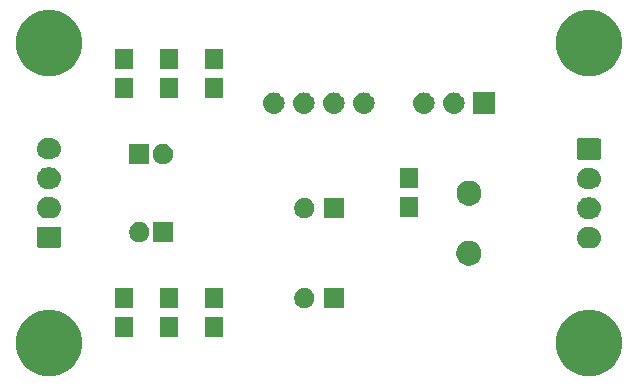
<source format=gts>
G04 #@! TF.GenerationSoftware,KiCad,Pcbnew,(5.1.2)-1*
G04 #@! TF.CreationDate,2019-05-13T04:19:41-07:00*
G04 #@! TF.ProjectId,triumph_power,74726975-6d70-4685-9f70-6f7765722e6b,A*
G04 #@! TF.SameCoordinates,Original*
G04 #@! TF.FileFunction,Soldermask,Top*
G04 #@! TF.FilePolarity,Negative*
%FSLAX46Y46*%
G04 Gerber Fmt 4.6, Leading zero omitted, Abs format (unit mm)*
G04 Created by KiCad (PCBNEW (5.1.2)-1) date 2019-05-13 04:19:41*
%MOMM*%
%LPD*%
G04 APERTURE LIST*
%ADD10C,0.100000*%
G04 APERTURE END LIST*
D10*
G36*
X173537021Y-119226640D02*
G01*
X174046769Y-119437785D01*
X174046771Y-119437786D01*
X174505534Y-119744321D01*
X174895679Y-120134466D01*
X175202214Y-120593229D01*
X175202215Y-120593231D01*
X175413360Y-121102979D01*
X175521000Y-121644124D01*
X175521000Y-122195876D01*
X175413360Y-122737021D01*
X175202215Y-123246769D01*
X175202214Y-123246771D01*
X174895679Y-123705534D01*
X174505534Y-124095679D01*
X174046771Y-124402214D01*
X174046770Y-124402215D01*
X174046769Y-124402215D01*
X173537021Y-124613360D01*
X172995876Y-124721000D01*
X172444124Y-124721000D01*
X171902979Y-124613360D01*
X171393231Y-124402215D01*
X171393230Y-124402215D01*
X171393229Y-124402214D01*
X170934466Y-124095679D01*
X170544321Y-123705534D01*
X170237786Y-123246771D01*
X170237785Y-123246769D01*
X170026640Y-122737021D01*
X169919000Y-122195876D01*
X169919000Y-121644124D01*
X170026640Y-121102979D01*
X170237785Y-120593231D01*
X170237786Y-120593229D01*
X170544321Y-120134466D01*
X170934466Y-119744321D01*
X171393229Y-119437786D01*
X171393231Y-119437785D01*
X171902979Y-119226640D01*
X172444124Y-119119000D01*
X172995876Y-119119000D01*
X173537021Y-119226640D01*
X173537021Y-119226640D01*
G37*
G36*
X127817021Y-119226640D02*
G01*
X128326769Y-119437785D01*
X128326771Y-119437786D01*
X128785534Y-119744321D01*
X129175679Y-120134466D01*
X129482214Y-120593229D01*
X129482215Y-120593231D01*
X129693360Y-121102979D01*
X129801000Y-121644124D01*
X129801000Y-122195876D01*
X129693360Y-122737021D01*
X129482215Y-123246769D01*
X129482214Y-123246771D01*
X129175679Y-123705534D01*
X128785534Y-124095679D01*
X128326771Y-124402214D01*
X128326770Y-124402215D01*
X128326769Y-124402215D01*
X127817021Y-124613360D01*
X127275876Y-124721000D01*
X126724124Y-124721000D01*
X126182979Y-124613360D01*
X125673231Y-124402215D01*
X125673230Y-124402215D01*
X125673229Y-124402214D01*
X125214466Y-124095679D01*
X124824321Y-123705534D01*
X124517786Y-123246771D01*
X124517785Y-123246769D01*
X124306640Y-122737021D01*
X124199000Y-122195876D01*
X124199000Y-121644124D01*
X124306640Y-121102979D01*
X124517785Y-120593231D01*
X124517786Y-120593229D01*
X124824321Y-120134466D01*
X125214466Y-119744321D01*
X125673229Y-119437786D01*
X125673231Y-119437785D01*
X126182979Y-119226640D01*
X126724124Y-119119000D01*
X127275876Y-119119000D01*
X127817021Y-119226640D01*
X127817021Y-119226640D01*
G37*
G36*
X141721000Y-121386000D02*
G01*
X140219000Y-121386000D01*
X140219000Y-119734000D01*
X141721000Y-119734000D01*
X141721000Y-121386000D01*
X141721000Y-121386000D01*
G37*
G36*
X137911000Y-121386000D02*
G01*
X136409000Y-121386000D01*
X136409000Y-119734000D01*
X137911000Y-119734000D01*
X137911000Y-121386000D01*
X137911000Y-121386000D01*
G37*
G36*
X134101000Y-121386000D02*
G01*
X132599000Y-121386000D01*
X132599000Y-119734000D01*
X134101000Y-119734000D01*
X134101000Y-121386000D01*
X134101000Y-121386000D01*
G37*
G36*
X151981000Y-118961000D02*
G01*
X150279000Y-118961000D01*
X150279000Y-117259000D01*
X151981000Y-117259000D01*
X151981000Y-118961000D01*
X151981000Y-118961000D01*
G37*
G36*
X148878228Y-117291703D02*
G01*
X149033100Y-117355853D01*
X149172481Y-117448985D01*
X149291015Y-117567519D01*
X149384147Y-117706900D01*
X149448297Y-117861772D01*
X149481000Y-118026184D01*
X149481000Y-118193816D01*
X149448297Y-118358228D01*
X149384147Y-118513100D01*
X149291015Y-118652481D01*
X149172481Y-118771015D01*
X149033100Y-118864147D01*
X148878228Y-118928297D01*
X148713816Y-118961000D01*
X148546184Y-118961000D01*
X148381772Y-118928297D01*
X148226900Y-118864147D01*
X148087519Y-118771015D01*
X147968985Y-118652481D01*
X147875853Y-118513100D01*
X147811703Y-118358228D01*
X147779000Y-118193816D01*
X147779000Y-118026184D01*
X147811703Y-117861772D01*
X147875853Y-117706900D01*
X147968985Y-117567519D01*
X148087519Y-117448985D01*
X148226900Y-117355853D01*
X148381772Y-117291703D01*
X148546184Y-117259000D01*
X148713816Y-117259000D01*
X148878228Y-117291703D01*
X148878228Y-117291703D01*
G37*
G36*
X141721000Y-118936000D02*
G01*
X140219000Y-118936000D01*
X140219000Y-117284000D01*
X141721000Y-117284000D01*
X141721000Y-118936000D01*
X141721000Y-118936000D01*
G37*
G36*
X137911000Y-118936000D02*
G01*
X136409000Y-118936000D01*
X136409000Y-117284000D01*
X137911000Y-117284000D01*
X137911000Y-118936000D01*
X137911000Y-118936000D01*
G37*
G36*
X134101000Y-118936000D02*
G01*
X132599000Y-118936000D01*
X132599000Y-117284000D01*
X134101000Y-117284000D01*
X134101000Y-118936000D01*
X134101000Y-118936000D01*
G37*
G36*
X162866564Y-113289389D02*
G01*
X163057833Y-113368615D01*
X163057835Y-113368616D01*
X163229973Y-113483635D01*
X163376365Y-113630027D01*
X163451704Y-113742779D01*
X163491385Y-113802167D01*
X163570611Y-113993436D01*
X163611000Y-114196484D01*
X163611000Y-114403516D01*
X163570611Y-114606564D01*
X163491385Y-114797833D01*
X163491384Y-114797835D01*
X163376365Y-114969973D01*
X163229973Y-115116365D01*
X163057835Y-115231384D01*
X163057834Y-115231385D01*
X163057833Y-115231385D01*
X162866564Y-115310611D01*
X162663516Y-115351000D01*
X162456484Y-115351000D01*
X162253436Y-115310611D01*
X162062167Y-115231385D01*
X162062166Y-115231385D01*
X162062165Y-115231384D01*
X161890027Y-115116365D01*
X161743635Y-114969973D01*
X161628616Y-114797835D01*
X161628615Y-114797833D01*
X161549389Y-114606564D01*
X161509000Y-114403516D01*
X161509000Y-114196484D01*
X161549389Y-113993436D01*
X161628615Y-113802167D01*
X161668297Y-113742779D01*
X161743635Y-113630027D01*
X161890027Y-113483635D01*
X162062165Y-113368616D01*
X162062167Y-113368615D01*
X162253436Y-113289389D01*
X162456484Y-113249000D01*
X162663516Y-113249000D01*
X162866564Y-113289389D01*
X162866564Y-113289389D01*
G37*
G36*
X172936583Y-112093661D02*
G01*
X173021627Y-112102037D01*
X173191466Y-112153557D01*
X173347991Y-112237222D01*
X173378550Y-112262301D01*
X173485186Y-112349814D01*
X173557708Y-112438184D01*
X173597778Y-112487009D01*
X173681443Y-112643534D01*
X173732963Y-112813373D01*
X173750359Y-112990000D01*
X173732963Y-113166627D01*
X173681443Y-113336466D01*
X173597778Y-113492991D01*
X173568448Y-113528729D01*
X173485186Y-113630186D01*
X173389637Y-113708600D01*
X173347991Y-113742778D01*
X173191466Y-113826443D01*
X173021627Y-113877963D01*
X172955443Y-113884481D01*
X172889260Y-113891000D01*
X172550740Y-113891000D01*
X172484557Y-113884481D01*
X172418373Y-113877963D01*
X172248534Y-113826443D01*
X172092009Y-113742778D01*
X172050363Y-113708600D01*
X171954814Y-113630186D01*
X171871552Y-113528729D01*
X171842222Y-113492991D01*
X171758557Y-113336466D01*
X171707037Y-113166627D01*
X171689641Y-112990000D01*
X171707037Y-112813373D01*
X171758557Y-112643534D01*
X171842222Y-112487009D01*
X171882292Y-112438184D01*
X171954814Y-112349814D01*
X172061450Y-112262301D01*
X172092009Y-112237222D01*
X172248534Y-112153557D01*
X172418373Y-112102037D01*
X172503417Y-112093661D01*
X172550740Y-112089000D01*
X172889260Y-112089000D01*
X172936583Y-112093661D01*
X172936583Y-112093661D01*
G37*
G36*
X127883600Y-112052989D02*
G01*
X127916652Y-112063015D01*
X127947103Y-112079292D01*
X127973799Y-112101201D01*
X127995708Y-112127897D01*
X128011985Y-112158348D01*
X128022011Y-112191400D01*
X128026000Y-112231903D01*
X128026000Y-113668097D01*
X128022011Y-113708600D01*
X128011985Y-113741652D01*
X127995708Y-113772103D01*
X127973799Y-113798799D01*
X127947103Y-113820708D01*
X127916652Y-113836985D01*
X127883600Y-113847011D01*
X127843097Y-113851000D01*
X126156903Y-113851000D01*
X126116400Y-113847011D01*
X126083348Y-113836985D01*
X126052897Y-113820708D01*
X126026201Y-113798799D01*
X126004292Y-113772103D01*
X125988015Y-113741652D01*
X125977989Y-113708600D01*
X125974000Y-113668097D01*
X125974000Y-112231903D01*
X125977989Y-112191400D01*
X125988015Y-112158348D01*
X126004292Y-112127897D01*
X126026201Y-112101201D01*
X126052897Y-112079292D01*
X126083348Y-112063015D01*
X126116400Y-112052989D01*
X126156903Y-112049000D01*
X127843097Y-112049000D01*
X127883600Y-112052989D01*
X127883600Y-112052989D01*
G37*
G36*
X134900228Y-111703703D02*
G01*
X135055100Y-111767853D01*
X135194481Y-111860985D01*
X135313015Y-111979519D01*
X135406147Y-112118900D01*
X135470297Y-112273772D01*
X135503000Y-112438184D01*
X135503000Y-112605816D01*
X135470297Y-112770228D01*
X135406147Y-112925100D01*
X135313015Y-113064481D01*
X135194481Y-113183015D01*
X135055100Y-113276147D01*
X134900228Y-113340297D01*
X134735816Y-113373000D01*
X134568184Y-113373000D01*
X134403772Y-113340297D01*
X134248900Y-113276147D01*
X134109519Y-113183015D01*
X133990985Y-113064481D01*
X133897853Y-112925100D01*
X133833703Y-112770228D01*
X133801000Y-112605816D01*
X133801000Y-112438184D01*
X133833703Y-112273772D01*
X133897853Y-112118900D01*
X133990985Y-111979519D01*
X134109519Y-111860985D01*
X134248900Y-111767853D01*
X134403772Y-111703703D01*
X134568184Y-111671000D01*
X134735816Y-111671000D01*
X134900228Y-111703703D01*
X134900228Y-111703703D01*
G37*
G36*
X137503000Y-113373000D02*
G01*
X135801000Y-113373000D01*
X135801000Y-111671000D01*
X137503000Y-111671000D01*
X137503000Y-113373000D01*
X137503000Y-113373000D01*
G37*
G36*
X172955442Y-109595518D02*
G01*
X173021627Y-109602037D01*
X173191466Y-109653557D01*
X173347991Y-109737222D01*
X173383729Y-109766552D01*
X173485186Y-109849814D01*
X173564951Y-109947009D01*
X173597778Y-109987009D01*
X173681443Y-110143534D01*
X173732963Y-110313373D01*
X173750359Y-110490000D01*
X173732963Y-110666627D01*
X173681443Y-110836466D01*
X173597778Y-110992991D01*
X173568448Y-111028729D01*
X173485186Y-111130186D01*
X173396731Y-111202778D01*
X173347991Y-111242778D01*
X173191466Y-111326443D01*
X173021627Y-111377963D01*
X172955443Y-111384481D01*
X172889260Y-111391000D01*
X172550740Y-111391000D01*
X172484557Y-111384481D01*
X172418373Y-111377963D01*
X172248534Y-111326443D01*
X172092009Y-111242778D01*
X172043269Y-111202778D01*
X171954814Y-111130186D01*
X171871552Y-111028729D01*
X171842222Y-110992991D01*
X171758557Y-110836466D01*
X171707037Y-110666627D01*
X171689641Y-110490000D01*
X171707037Y-110313373D01*
X171758557Y-110143534D01*
X171842222Y-109987009D01*
X171875049Y-109947009D01*
X171954814Y-109849814D01*
X172056271Y-109766552D01*
X172092009Y-109737222D01*
X172248534Y-109653557D01*
X172418373Y-109602037D01*
X172484558Y-109595518D01*
X172550740Y-109589000D01*
X172889260Y-109589000D01*
X172955442Y-109595518D01*
X172955442Y-109595518D01*
G37*
G36*
X127235442Y-109555518D02*
G01*
X127301627Y-109562037D01*
X127471466Y-109613557D01*
X127627991Y-109697222D01*
X127653105Y-109717833D01*
X127765186Y-109809814D01*
X127848448Y-109911271D01*
X127877778Y-109947009D01*
X127877779Y-109947011D01*
X127952554Y-110086903D01*
X127961443Y-110103534D01*
X128012963Y-110273373D01*
X128030359Y-110450000D01*
X128012963Y-110626627D01*
X127961443Y-110796466D01*
X127877778Y-110952991D01*
X127848448Y-110988729D01*
X127765186Y-111090186D01*
X127663729Y-111173448D01*
X127627991Y-111202778D01*
X127471466Y-111286443D01*
X127301627Y-111337963D01*
X127235442Y-111344482D01*
X127169260Y-111351000D01*
X126830740Y-111351000D01*
X126764558Y-111344482D01*
X126698373Y-111337963D01*
X126528534Y-111286443D01*
X126372009Y-111202778D01*
X126336271Y-111173448D01*
X126234814Y-111090186D01*
X126151552Y-110988729D01*
X126122222Y-110952991D01*
X126038557Y-110796466D01*
X125987037Y-110626627D01*
X125969641Y-110450000D01*
X125987037Y-110273373D01*
X126038557Y-110103534D01*
X126047447Y-110086903D01*
X126122221Y-109947011D01*
X126122222Y-109947009D01*
X126151552Y-109911271D01*
X126234814Y-109809814D01*
X126346895Y-109717833D01*
X126372009Y-109697222D01*
X126528534Y-109613557D01*
X126698373Y-109562037D01*
X126764558Y-109555518D01*
X126830740Y-109549000D01*
X127169260Y-109549000D01*
X127235442Y-109555518D01*
X127235442Y-109555518D01*
G37*
G36*
X148878228Y-109671703D02*
G01*
X149033100Y-109735853D01*
X149172481Y-109828985D01*
X149291015Y-109947519D01*
X149384147Y-110086900D01*
X149448297Y-110241772D01*
X149481000Y-110406184D01*
X149481000Y-110573816D01*
X149448297Y-110738228D01*
X149384147Y-110893100D01*
X149291015Y-111032481D01*
X149172481Y-111151015D01*
X149033100Y-111244147D01*
X148878228Y-111308297D01*
X148713816Y-111341000D01*
X148546184Y-111341000D01*
X148381772Y-111308297D01*
X148226900Y-111244147D01*
X148087519Y-111151015D01*
X147968985Y-111032481D01*
X147875853Y-110893100D01*
X147811703Y-110738228D01*
X147779000Y-110573816D01*
X147779000Y-110406184D01*
X147811703Y-110241772D01*
X147875853Y-110086900D01*
X147968985Y-109947519D01*
X148087519Y-109828985D01*
X148226900Y-109735853D01*
X148381772Y-109671703D01*
X148546184Y-109639000D01*
X148713816Y-109639000D01*
X148878228Y-109671703D01*
X148878228Y-109671703D01*
G37*
G36*
X151981000Y-111341000D02*
G01*
X150279000Y-111341000D01*
X150279000Y-109639000D01*
X151981000Y-109639000D01*
X151981000Y-111341000D01*
X151981000Y-111341000D01*
G37*
G36*
X158231000Y-111226000D02*
G01*
X156729000Y-111226000D01*
X156729000Y-109574000D01*
X158231000Y-109574000D01*
X158231000Y-111226000D01*
X158231000Y-111226000D01*
G37*
G36*
X162876564Y-108209389D02*
G01*
X163067833Y-108288615D01*
X163067835Y-108288616D01*
X163239973Y-108403635D01*
X163386365Y-108550027D01*
X163488431Y-108702779D01*
X163501385Y-108722167D01*
X163580611Y-108913436D01*
X163621000Y-109116484D01*
X163621000Y-109323516D01*
X163580611Y-109526564D01*
X163520492Y-109671705D01*
X163501384Y-109717835D01*
X163386365Y-109889973D01*
X163239973Y-110036365D01*
X163067835Y-110151384D01*
X163067834Y-110151385D01*
X163067833Y-110151385D01*
X162876564Y-110230611D01*
X162673516Y-110271000D01*
X162466484Y-110271000D01*
X162263436Y-110230611D01*
X162072167Y-110151385D01*
X162072166Y-110151385D01*
X162072165Y-110151384D01*
X161900027Y-110036365D01*
X161753635Y-109889973D01*
X161638616Y-109717835D01*
X161619508Y-109671705D01*
X161559389Y-109526564D01*
X161519000Y-109323516D01*
X161519000Y-109116484D01*
X161559389Y-108913436D01*
X161638615Y-108722167D01*
X161651570Y-108702779D01*
X161753635Y-108550027D01*
X161900027Y-108403635D01*
X162072165Y-108288616D01*
X162072167Y-108288615D01*
X162263436Y-108209389D01*
X162466484Y-108169000D01*
X162673516Y-108169000D01*
X162876564Y-108209389D01*
X162876564Y-108209389D01*
G37*
G36*
X172955443Y-107095519D02*
G01*
X173021627Y-107102037D01*
X173191466Y-107153557D01*
X173347991Y-107237222D01*
X173383729Y-107266552D01*
X173485186Y-107349814D01*
X173564951Y-107447009D01*
X173597778Y-107487009D01*
X173681443Y-107643534D01*
X173732963Y-107813373D01*
X173750359Y-107990000D01*
X173732963Y-108166627D01*
X173681443Y-108336466D01*
X173597778Y-108492991D01*
X173568448Y-108528729D01*
X173485186Y-108630186D01*
X173396731Y-108702778D01*
X173347991Y-108742778D01*
X173191466Y-108826443D01*
X173021627Y-108877963D01*
X172955443Y-108884481D01*
X172889260Y-108891000D01*
X172550740Y-108891000D01*
X172484557Y-108884481D01*
X172418373Y-108877963D01*
X172248534Y-108826443D01*
X172092009Y-108742778D01*
X172043269Y-108702778D01*
X171954814Y-108630186D01*
X171871552Y-108528729D01*
X171842222Y-108492991D01*
X171758557Y-108336466D01*
X171707037Y-108166627D01*
X171689641Y-107990000D01*
X171707037Y-107813373D01*
X171758557Y-107643534D01*
X171842222Y-107487009D01*
X171875049Y-107447009D01*
X171954814Y-107349814D01*
X172056271Y-107266552D01*
X172092009Y-107237222D01*
X172248534Y-107153557D01*
X172418373Y-107102037D01*
X172484557Y-107095519D01*
X172550740Y-107089000D01*
X172889260Y-107089000D01*
X172955443Y-107095519D01*
X172955443Y-107095519D01*
G37*
G36*
X127235442Y-107055518D02*
G01*
X127301627Y-107062037D01*
X127471466Y-107113557D01*
X127627991Y-107197222D01*
X127663729Y-107226552D01*
X127765186Y-107309814D01*
X127848448Y-107411271D01*
X127877778Y-107447009D01*
X127961443Y-107603534D01*
X128012963Y-107773373D01*
X128030359Y-107950000D01*
X128012963Y-108126627D01*
X127961443Y-108296466D01*
X127877778Y-108452991D01*
X127848448Y-108488729D01*
X127765186Y-108590186D01*
X127663729Y-108673448D01*
X127627991Y-108702778D01*
X127471466Y-108786443D01*
X127301627Y-108837963D01*
X127235442Y-108844482D01*
X127169260Y-108851000D01*
X126830740Y-108851000D01*
X126764558Y-108844482D01*
X126698373Y-108837963D01*
X126528534Y-108786443D01*
X126372009Y-108702778D01*
X126336271Y-108673448D01*
X126234814Y-108590186D01*
X126151552Y-108488729D01*
X126122222Y-108452991D01*
X126038557Y-108296466D01*
X125987037Y-108126627D01*
X125969641Y-107950000D01*
X125987037Y-107773373D01*
X126038557Y-107603534D01*
X126122222Y-107447009D01*
X126151552Y-107411271D01*
X126234814Y-107309814D01*
X126336271Y-107226552D01*
X126372009Y-107197222D01*
X126528534Y-107113557D01*
X126698373Y-107062037D01*
X126764558Y-107055518D01*
X126830740Y-107049000D01*
X127169260Y-107049000D01*
X127235442Y-107055518D01*
X127235442Y-107055518D01*
G37*
G36*
X158231000Y-108776000D02*
G01*
X156729000Y-108776000D01*
X156729000Y-107124000D01*
X158231000Y-107124000D01*
X158231000Y-108776000D01*
X158231000Y-108776000D01*
G37*
G36*
X135503000Y-106769000D02*
G01*
X133801000Y-106769000D01*
X133801000Y-105067000D01*
X135503000Y-105067000D01*
X135503000Y-106769000D01*
X135503000Y-106769000D01*
G37*
G36*
X136900228Y-105099703D02*
G01*
X137055100Y-105163853D01*
X137194481Y-105256985D01*
X137313015Y-105375519D01*
X137406147Y-105514900D01*
X137470297Y-105669772D01*
X137503000Y-105834184D01*
X137503000Y-106001816D01*
X137470297Y-106166228D01*
X137406147Y-106321100D01*
X137313015Y-106460481D01*
X137194481Y-106579015D01*
X137055100Y-106672147D01*
X136900228Y-106736297D01*
X136735816Y-106769000D01*
X136568184Y-106769000D01*
X136403772Y-106736297D01*
X136248900Y-106672147D01*
X136109519Y-106579015D01*
X135990985Y-106460481D01*
X135897853Y-106321100D01*
X135833703Y-106166228D01*
X135801000Y-106001816D01*
X135801000Y-105834184D01*
X135833703Y-105669772D01*
X135897853Y-105514900D01*
X135990985Y-105375519D01*
X136109519Y-105256985D01*
X136248900Y-105163853D01*
X136403772Y-105099703D01*
X136568184Y-105067000D01*
X136735816Y-105067000D01*
X136900228Y-105099703D01*
X136900228Y-105099703D01*
G37*
G36*
X173603600Y-104592989D02*
G01*
X173636652Y-104603015D01*
X173667103Y-104619292D01*
X173693799Y-104641201D01*
X173715708Y-104667897D01*
X173731985Y-104698348D01*
X173742011Y-104731400D01*
X173746000Y-104771903D01*
X173746000Y-106208097D01*
X173742011Y-106248600D01*
X173731985Y-106281652D01*
X173715708Y-106312103D01*
X173693799Y-106338799D01*
X173667103Y-106360708D01*
X173636652Y-106376985D01*
X173603600Y-106387011D01*
X173563097Y-106391000D01*
X171876903Y-106391000D01*
X171836400Y-106387011D01*
X171803348Y-106376985D01*
X171772897Y-106360708D01*
X171746201Y-106338799D01*
X171724292Y-106312103D01*
X171708015Y-106281652D01*
X171697989Y-106248600D01*
X171694000Y-106208097D01*
X171694000Y-104771903D01*
X171697989Y-104731400D01*
X171708015Y-104698348D01*
X171724292Y-104667897D01*
X171746201Y-104641201D01*
X171772897Y-104619292D01*
X171803348Y-104603015D01*
X171836400Y-104592989D01*
X171876903Y-104589000D01*
X173563097Y-104589000D01*
X173603600Y-104592989D01*
X173603600Y-104592989D01*
G37*
G36*
X127235443Y-104555519D02*
G01*
X127301627Y-104562037D01*
X127471466Y-104613557D01*
X127627991Y-104697222D01*
X127639630Y-104706774D01*
X127765186Y-104809814D01*
X127848448Y-104911271D01*
X127877778Y-104947009D01*
X127961443Y-105103534D01*
X128012963Y-105273373D01*
X128030359Y-105450000D01*
X128012963Y-105626627D01*
X127961443Y-105796466D01*
X127877778Y-105952991D01*
X127848448Y-105988729D01*
X127765186Y-106090186D01*
X127672527Y-106166228D01*
X127627991Y-106202778D01*
X127471466Y-106286443D01*
X127301627Y-106337963D01*
X127235442Y-106344482D01*
X127169260Y-106351000D01*
X126830740Y-106351000D01*
X126764558Y-106344482D01*
X126698373Y-106337963D01*
X126528534Y-106286443D01*
X126372009Y-106202778D01*
X126327473Y-106166228D01*
X126234814Y-106090186D01*
X126151552Y-105988729D01*
X126122222Y-105952991D01*
X126038557Y-105796466D01*
X125987037Y-105626627D01*
X125969641Y-105450000D01*
X125987037Y-105273373D01*
X126038557Y-105103534D01*
X126122222Y-104947009D01*
X126151552Y-104911271D01*
X126234814Y-104809814D01*
X126360370Y-104706774D01*
X126372009Y-104697222D01*
X126528534Y-104613557D01*
X126698373Y-104562037D01*
X126764557Y-104555519D01*
X126830740Y-104549000D01*
X127169260Y-104549000D01*
X127235443Y-104555519D01*
X127235443Y-104555519D01*
G37*
G36*
X153780443Y-100705519D02*
G01*
X153846627Y-100712037D01*
X154016466Y-100763557D01*
X154172991Y-100847222D01*
X154208729Y-100876552D01*
X154310186Y-100959814D01*
X154393448Y-101061271D01*
X154422778Y-101097009D01*
X154506443Y-101253534D01*
X154557963Y-101423373D01*
X154575359Y-101600000D01*
X154557963Y-101776627D01*
X154506443Y-101946466D01*
X154422778Y-102102991D01*
X154393448Y-102138729D01*
X154310186Y-102240186D01*
X154208729Y-102323448D01*
X154172991Y-102352778D01*
X154016466Y-102436443D01*
X153846627Y-102487963D01*
X153780442Y-102494482D01*
X153714260Y-102501000D01*
X153625740Y-102501000D01*
X153559558Y-102494482D01*
X153493373Y-102487963D01*
X153323534Y-102436443D01*
X153167009Y-102352778D01*
X153131271Y-102323448D01*
X153029814Y-102240186D01*
X152946552Y-102138729D01*
X152917222Y-102102991D01*
X152833557Y-101946466D01*
X152782037Y-101776627D01*
X152764641Y-101600000D01*
X152782037Y-101423373D01*
X152833557Y-101253534D01*
X152917222Y-101097009D01*
X152946552Y-101061271D01*
X153029814Y-100959814D01*
X153131271Y-100876552D01*
X153167009Y-100847222D01*
X153323534Y-100763557D01*
X153493373Y-100712037D01*
X153559557Y-100705519D01*
X153625740Y-100699000D01*
X153714260Y-100699000D01*
X153780443Y-100705519D01*
X153780443Y-100705519D01*
G37*
G36*
X146160443Y-100705519D02*
G01*
X146226627Y-100712037D01*
X146396466Y-100763557D01*
X146552991Y-100847222D01*
X146588729Y-100876552D01*
X146690186Y-100959814D01*
X146773448Y-101061271D01*
X146802778Y-101097009D01*
X146886443Y-101253534D01*
X146937963Y-101423373D01*
X146955359Y-101600000D01*
X146937963Y-101776627D01*
X146886443Y-101946466D01*
X146802778Y-102102991D01*
X146773448Y-102138729D01*
X146690186Y-102240186D01*
X146588729Y-102323448D01*
X146552991Y-102352778D01*
X146396466Y-102436443D01*
X146226627Y-102487963D01*
X146160442Y-102494482D01*
X146094260Y-102501000D01*
X146005740Y-102501000D01*
X145939558Y-102494482D01*
X145873373Y-102487963D01*
X145703534Y-102436443D01*
X145547009Y-102352778D01*
X145511271Y-102323448D01*
X145409814Y-102240186D01*
X145326552Y-102138729D01*
X145297222Y-102102991D01*
X145213557Y-101946466D01*
X145162037Y-101776627D01*
X145144641Y-101600000D01*
X145162037Y-101423373D01*
X145213557Y-101253534D01*
X145297222Y-101097009D01*
X145326552Y-101061271D01*
X145409814Y-100959814D01*
X145511271Y-100876552D01*
X145547009Y-100847222D01*
X145703534Y-100763557D01*
X145873373Y-100712037D01*
X145939557Y-100705519D01*
X146005740Y-100699000D01*
X146094260Y-100699000D01*
X146160443Y-100705519D01*
X146160443Y-100705519D01*
G37*
G36*
X148700443Y-100705519D02*
G01*
X148766627Y-100712037D01*
X148936466Y-100763557D01*
X149092991Y-100847222D01*
X149128729Y-100876552D01*
X149230186Y-100959814D01*
X149313448Y-101061271D01*
X149342778Y-101097009D01*
X149426443Y-101253534D01*
X149477963Y-101423373D01*
X149495359Y-101600000D01*
X149477963Y-101776627D01*
X149426443Y-101946466D01*
X149342778Y-102102991D01*
X149313448Y-102138729D01*
X149230186Y-102240186D01*
X149128729Y-102323448D01*
X149092991Y-102352778D01*
X148936466Y-102436443D01*
X148766627Y-102487963D01*
X148700442Y-102494482D01*
X148634260Y-102501000D01*
X148545740Y-102501000D01*
X148479558Y-102494482D01*
X148413373Y-102487963D01*
X148243534Y-102436443D01*
X148087009Y-102352778D01*
X148051271Y-102323448D01*
X147949814Y-102240186D01*
X147866552Y-102138729D01*
X147837222Y-102102991D01*
X147753557Y-101946466D01*
X147702037Y-101776627D01*
X147684641Y-101600000D01*
X147702037Y-101423373D01*
X147753557Y-101253534D01*
X147837222Y-101097009D01*
X147866552Y-101061271D01*
X147949814Y-100959814D01*
X148051271Y-100876552D01*
X148087009Y-100847222D01*
X148243534Y-100763557D01*
X148413373Y-100712037D01*
X148479557Y-100705519D01*
X148545740Y-100699000D01*
X148634260Y-100699000D01*
X148700443Y-100705519D01*
X148700443Y-100705519D01*
G37*
G36*
X158860443Y-100705519D02*
G01*
X158926627Y-100712037D01*
X159096466Y-100763557D01*
X159252991Y-100847222D01*
X159288729Y-100876552D01*
X159390186Y-100959814D01*
X159473448Y-101061271D01*
X159502778Y-101097009D01*
X159586443Y-101253534D01*
X159637963Y-101423373D01*
X159655359Y-101600000D01*
X159637963Y-101776627D01*
X159586443Y-101946466D01*
X159502778Y-102102991D01*
X159473448Y-102138729D01*
X159390186Y-102240186D01*
X159288729Y-102323448D01*
X159252991Y-102352778D01*
X159096466Y-102436443D01*
X158926627Y-102487963D01*
X158860442Y-102494482D01*
X158794260Y-102501000D01*
X158705740Y-102501000D01*
X158639558Y-102494482D01*
X158573373Y-102487963D01*
X158403534Y-102436443D01*
X158247009Y-102352778D01*
X158211271Y-102323448D01*
X158109814Y-102240186D01*
X158026552Y-102138729D01*
X157997222Y-102102991D01*
X157913557Y-101946466D01*
X157862037Y-101776627D01*
X157844641Y-101600000D01*
X157862037Y-101423373D01*
X157913557Y-101253534D01*
X157997222Y-101097009D01*
X158026552Y-101061271D01*
X158109814Y-100959814D01*
X158211271Y-100876552D01*
X158247009Y-100847222D01*
X158403534Y-100763557D01*
X158573373Y-100712037D01*
X158639557Y-100705519D01*
X158705740Y-100699000D01*
X158794260Y-100699000D01*
X158860443Y-100705519D01*
X158860443Y-100705519D01*
G37*
G36*
X161400443Y-100705519D02*
G01*
X161466627Y-100712037D01*
X161636466Y-100763557D01*
X161792991Y-100847222D01*
X161828729Y-100876552D01*
X161930186Y-100959814D01*
X162013448Y-101061271D01*
X162042778Y-101097009D01*
X162126443Y-101253534D01*
X162177963Y-101423373D01*
X162195359Y-101600000D01*
X162177963Y-101776627D01*
X162126443Y-101946466D01*
X162042778Y-102102991D01*
X162013448Y-102138729D01*
X161930186Y-102240186D01*
X161828729Y-102323448D01*
X161792991Y-102352778D01*
X161636466Y-102436443D01*
X161466627Y-102487963D01*
X161400442Y-102494482D01*
X161334260Y-102501000D01*
X161245740Y-102501000D01*
X161179558Y-102494482D01*
X161113373Y-102487963D01*
X160943534Y-102436443D01*
X160787009Y-102352778D01*
X160751271Y-102323448D01*
X160649814Y-102240186D01*
X160566552Y-102138729D01*
X160537222Y-102102991D01*
X160453557Y-101946466D01*
X160402037Y-101776627D01*
X160384641Y-101600000D01*
X160402037Y-101423373D01*
X160453557Y-101253534D01*
X160537222Y-101097009D01*
X160566552Y-101061271D01*
X160649814Y-100959814D01*
X160751271Y-100876552D01*
X160787009Y-100847222D01*
X160943534Y-100763557D01*
X161113373Y-100712037D01*
X161179557Y-100705519D01*
X161245740Y-100699000D01*
X161334260Y-100699000D01*
X161400443Y-100705519D01*
X161400443Y-100705519D01*
G37*
G36*
X164731000Y-102501000D02*
G01*
X162929000Y-102501000D01*
X162929000Y-100699000D01*
X164731000Y-100699000D01*
X164731000Y-102501000D01*
X164731000Y-102501000D01*
G37*
G36*
X151240443Y-100705519D02*
G01*
X151306627Y-100712037D01*
X151476466Y-100763557D01*
X151632991Y-100847222D01*
X151668729Y-100876552D01*
X151770186Y-100959814D01*
X151853448Y-101061271D01*
X151882778Y-101097009D01*
X151966443Y-101253534D01*
X152017963Y-101423373D01*
X152035359Y-101600000D01*
X152017963Y-101776627D01*
X151966443Y-101946466D01*
X151882778Y-102102991D01*
X151853448Y-102138729D01*
X151770186Y-102240186D01*
X151668729Y-102323448D01*
X151632991Y-102352778D01*
X151476466Y-102436443D01*
X151306627Y-102487963D01*
X151240442Y-102494482D01*
X151174260Y-102501000D01*
X151085740Y-102501000D01*
X151019558Y-102494482D01*
X150953373Y-102487963D01*
X150783534Y-102436443D01*
X150627009Y-102352778D01*
X150591271Y-102323448D01*
X150489814Y-102240186D01*
X150406552Y-102138729D01*
X150377222Y-102102991D01*
X150293557Y-101946466D01*
X150242037Y-101776627D01*
X150224641Y-101600000D01*
X150242037Y-101423373D01*
X150293557Y-101253534D01*
X150377222Y-101097009D01*
X150406552Y-101061271D01*
X150489814Y-100959814D01*
X150591271Y-100876552D01*
X150627009Y-100847222D01*
X150783534Y-100763557D01*
X150953373Y-100712037D01*
X151019557Y-100705519D01*
X151085740Y-100699000D01*
X151174260Y-100699000D01*
X151240443Y-100705519D01*
X151240443Y-100705519D01*
G37*
G36*
X137911000Y-101156000D02*
G01*
X136409000Y-101156000D01*
X136409000Y-99504000D01*
X137911000Y-99504000D01*
X137911000Y-101156000D01*
X137911000Y-101156000D01*
G37*
G36*
X141721000Y-101156000D02*
G01*
X140219000Y-101156000D01*
X140219000Y-99504000D01*
X141721000Y-99504000D01*
X141721000Y-101156000D01*
X141721000Y-101156000D01*
G37*
G36*
X134101000Y-101156000D02*
G01*
X132599000Y-101156000D01*
X132599000Y-99504000D01*
X134101000Y-99504000D01*
X134101000Y-101156000D01*
X134101000Y-101156000D01*
G37*
G36*
X127817021Y-93826640D02*
G01*
X128326769Y-94037785D01*
X128326771Y-94037786D01*
X128785534Y-94344321D01*
X129175679Y-94734466D01*
X129482214Y-95193229D01*
X129482215Y-95193231D01*
X129693360Y-95702979D01*
X129801000Y-96244124D01*
X129801000Y-96795876D01*
X129693360Y-97337021D01*
X129482215Y-97846769D01*
X129482214Y-97846771D01*
X129175679Y-98305534D01*
X128785534Y-98695679D01*
X128326771Y-99002214D01*
X128326770Y-99002215D01*
X128326769Y-99002215D01*
X127817021Y-99213360D01*
X127275876Y-99321000D01*
X126724124Y-99321000D01*
X126182979Y-99213360D01*
X125673231Y-99002215D01*
X125673230Y-99002215D01*
X125673229Y-99002214D01*
X125214466Y-98695679D01*
X124824321Y-98305534D01*
X124517786Y-97846771D01*
X124517785Y-97846769D01*
X124306640Y-97337021D01*
X124199000Y-96795876D01*
X124199000Y-96244124D01*
X124306640Y-95702979D01*
X124517785Y-95193231D01*
X124517786Y-95193229D01*
X124824321Y-94734466D01*
X125214466Y-94344321D01*
X125673229Y-94037786D01*
X125673231Y-94037785D01*
X126182979Y-93826640D01*
X126724124Y-93719000D01*
X127275876Y-93719000D01*
X127817021Y-93826640D01*
X127817021Y-93826640D01*
G37*
G36*
X173537021Y-93826640D02*
G01*
X174046769Y-94037785D01*
X174046771Y-94037786D01*
X174505534Y-94344321D01*
X174895679Y-94734466D01*
X175202214Y-95193229D01*
X175202215Y-95193231D01*
X175413360Y-95702979D01*
X175521000Y-96244124D01*
X175521000Y-96795876D01*
X175413360Y-97337021D01*
X175202215Y-97846769D01*
X175202214Y-97846771D01*
X174895679Y-98305534D01*
X174505534Y-98695679D01*
X174046771Y-99002214D01*
X174046770Y-99002215D01*
X174046769Y-99002215D01*
X173537021Y-99213360D01*
X172995876Y-99321000D01*
X172444124Y-99321000D01*
X171902979Y-99213360D01*
X171393231Y-99002215D01*
X171393230Y-99002215D01*
X171393229Y-99002214D01*
X170934466Y-98695679D01*
X170544321Y-98305534D01*
X170237786Y-97846771D01*
X170237785Y-97846769D01*
X170026640Y-97337021D01*
X169919000Y-96795876D01*
X169919000Y-96244124D01*
X170026640Y-95702979D01*
X170237785Y-95193231D01*
X170237786Y-95193229D01*
X170544321Y-94734466D01*
X170934466Y-94344321D01*
X171393229Y-94037786D01*
X171393231Y-94037785D01*
X171902979Y-93826640D01*
X172444124Y-93719000D01*
X172995876Y-93719000D01*
X173537021Y-93826640D01*
X173537021Y-93826640D01*
G37*
G36*
X134101000Y-98706000D02*
G01*
X132599000Y-98706000D01*
X132599000Y-97054000D01*
X134101000Y-97054000D01*
X134101000Y-98706000D01*
X134101000Y-98706000D01*
G37*
G36*
X141721000Y-98706000D02*
G01*
X140219000Y-98706000D01*
X140219000Y-97054000D01*
X141721000Y-97054000D01*
X141721000Y-98706000D01*
X141721000Y-98706000D01*
G37*
G36*
X137911000Y-98706000D02*
G01*
X136409000Y-98706000D01*
X136409000Y-97054000D01*
X137911000Y-97054000D01*
X137911000Y-98706000D01*
X137911000Y-98706000D01*
G37*
M02*

</source>
